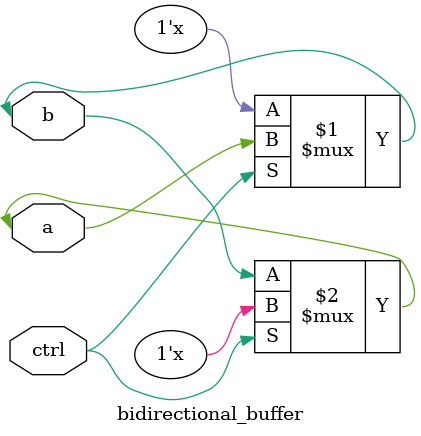
<source format=v>
`timescale 1ns / 1ps


module bidirectional_buffer(a,b,ctrl);
inout a,b;
 input ctrl;
 bufif1 (b,a,ctrl); 
  bufif0 (a,b,ctrl);
endmodule

</source>
